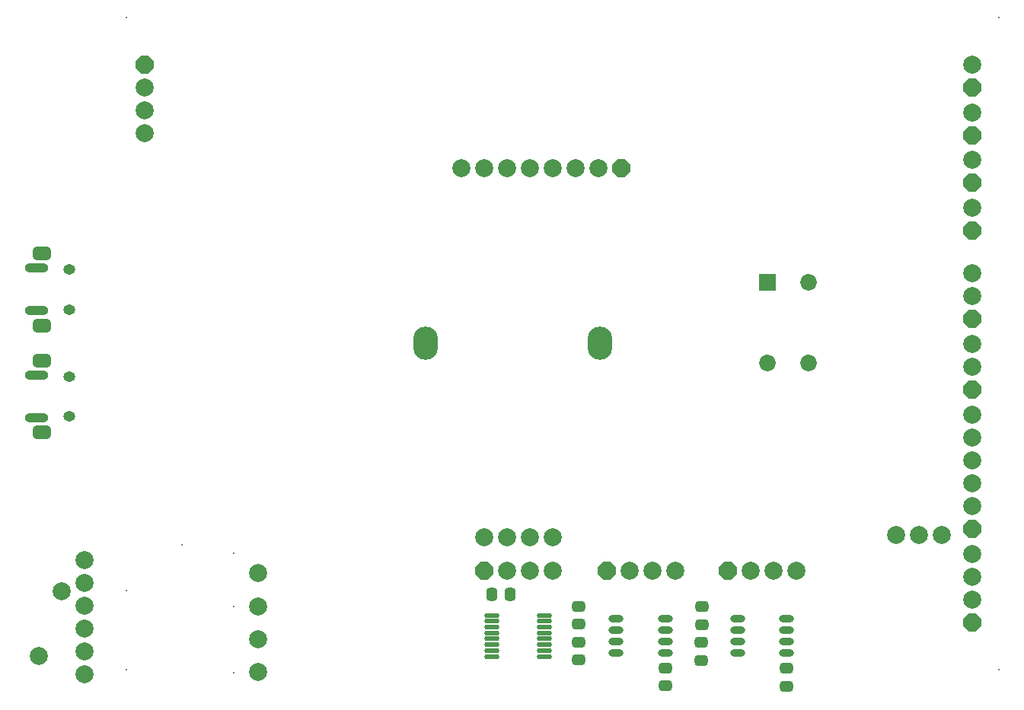
<source format=gbs>
G04*
G04 #@! TF.GenerationSoftware,Altium Limited,Altium Designer,19.0.12 (326)*
G04*
G04 Layer_Color=16711935*
%FSLAX42Y42*%
%MOMM*%
G71*
G01*
G75*
G04:AMPARAMS|DCode=28|XSize=1.2mm|YSize=1.45mm|CornerRadius=0.35mm|HoleSize=0mm|Usage=FLASHONLY|Rotation=270.000|XOffset=0mm|YOffset=0mm|HoleType=Round|Shape=RoundedRectangle|*
%AMROUNDEDRECTD28*
21,1,1.20,0.75,0,0,270.0*
21,1,0.50,1.45,0,0,270.0*
1,1,0.70,-0.38,-0.25*
1,1,0.70,-0.38,0.25*
1,1,0.70,0.38,0.25*
1,1,0.70,0.38,-0.25*
%
%ADD28ROUNDEDRECTD28*%
G04:AMPARAMS|DCode=35|XSize=1.2mm|YSize=1.45mm|CornerRadius=0.35mm|HoleSize=0mm|Usage=FLASHONLY|Rotation=0.000|XOffset=0mm|YOffset=0mm|HoleType=Round|Shape=RoundedRectangle|*
%AMROUNDEDRECTD35*
21,1,1.20,0.75,0,0,0.0*
21,1,0.50,1.45,0,0,0.0*
1,1,0.70,0.25,-0.38*
1,1,0.70,-0.25,-0.38*
1,1,0.70,-0.25,0.38*
1,1,0.70,0.25,0.38*
%
%ADD35ROUNDEDRECTD35*%
%ADD42O,1.65X0.80*%
%ADD69R,1.85X1.85*%
%ADD70C,1.85*%
%ADD71C,2.00*%
%ADD72P,2.17X8X292.5*%
%ADD73O,2.63X1.05*%
G04:AMPARAMS|DCode=74|XSize=2mm|YSize=1.48mm|CornerRadius=0.39mm|HoleSize=0mm|Usage=FLASHONLY|Rotation=180.000|XOffset=0mm|YOffset=0mm|HoleType=Round|Shape=RoundedRectangle|*
%AMROUNDEDRECTD74*
21,1,2.00,0.69,0,0,180.0*
21,1,1.21,1.48,0,0,180.0*
1,1,0.79,-0.61,0.34*
1,1,0.79,0.61,0.34*
1,1,0.79,0.61,-0.34*
1,1,0.79,-0.61,-0.34*
%
%ADD74ROUNDEDRECTD74*%
%ADD75O,1.35X1.15*%
%ADD76P,2.17X8X22.5*%
%ADD77C,0.20*%
%ADD133O,1.68X0.56*%
%ADD134O,2.74X3.71*%
D28*
X7550Y1074D02*
D03*
Y874D02*
D03*
X7549Y476D02*
D03*
Y676D02*
D03*
X8497Y187D02*
D03*
Y387D02*
D03*
X7147Y190D02*
D03*
Y390D02*
D03*
X6181Y877D02*
D03*
Y1077D02*
D03*
X6179Y678D02*
D03*
Y478D02*
D03*
D35*
X5417Y1206D02*
D03*
X5217D02*
D03*
D42*
X8496Y937D02*
D03*
Y810D02*
D03*
Y683D02*
D03*
Y556D02*
D03*
X7951Y937D02*
D03*
Y810D02*
D03*
Y683D02*
D03*
Y556D02*
D03*
X7146Y937D02*
D03*
Y810D02*
D03*
Y683D02*
D03*
Y556D02*
D03*
X6601Y937D02*
D03*
Y810D02*
D03*
Y683D02*
D03*
Y556D02*
D03*
D69*
X8285Y4684D02*
D03*
D70*
X8735D02*
D03*
Y3784D02*
D03*
X8285D02*
D03*
D71*
X183Y527D02*
D03*
X437Y1247D02*
D03*
X10555Y3994D02*
D03*
Y3740D02*
D03*
Y1661D02*
D03*
Y1407D02*
D03*
Y1153D02*
D03*
X10224Y1870D02*
D03*
X9716D02*
D03*
X9970D02*
D03*
X10555Y2448D02*
D03*
Y2702D02*
D03*
Y2956D02*
D03*
Y3210D02*
D03*
Y2194D02*
D03*
Y6572D02*
D03*
Y5512D02*
D03*
Y6042D02*
D03*
Y7102D02*
D03*
Y4529D02*
D03*
Y4783D02*
D03*
X6145Y5950D02*
D03*
X5891D02*
D03*
X5637D02*
D03*
X5383D02*
D03*
X6399D02*
D03*
X5129D02*
D03*
X4875D02*
D03*
X1360Y6339D02*
D03*
Y6593D02*
D03*
Y6847D02*
D03*
X685Y1588D02*
D03*
Y1334D02*
D03*
Y1080D02*
D03*
Y826D02*
D03*
Y572D02*
D03*
Y318D02*
D03*
X2619Y346D02*
D03*
X2619Y713D02*
D03*
X2619Y1076D02*
D03*
X2619Y1443D02*
D03*
X5129Y1840D02*
D03*
X5383D02*
D03*
X5637D02*
D03*
X5891D02*
D03*
X5891Y1471D02*
D03*
X5637D02*
D03*
X5383D02*
D03*
X6746D02*
D03*
X7000D02*
D03*
X7254D02*
D03*
X8096D02*
D03*
X8350D02*
D03*
X8604D02*
D03*
D72*
X10555Y3486D02*
D03*
Y899D02*
D03*
X10555Y1940D02*
D03*
Y6318D02*
D03*
Y5258D02*
D03*
Y5788D02*
D03*
Y6848D02*
D03*
Y4275D02*
D03*
X1360Y7101D02*
D03*
D73*
X150Y4838D02*
D03*
Y4363D02*
D03*
Y3173D02*
D03*
Y3648D02*
D03*
D74*
X215Y4999D02*
D03*
Y4201D02*
D03*
Y3011D02*
D03*
Y3809D02*
D03*
D75*
X515Y4377D02*
D03*
Y4822D02*
D03*
Y3632D02*
D03*
Y3187D02*
D03*
D76*
X6653Y5950D02*
D03*
X5129Y1471D02*
D03*
X6492D02*
D03*
X7842D02*
D03*
D77*
X2350Y1670D02*
D03*
Y339D02*
D03*
Y1076D02*
D03*
X1767Y1760D02*
D03*
X1155Y1253D02*
D03*
Y7625D02*
D03*
X10855D02*
D03*
Y375D02*
D03*
X1155D02*
D03*
D133*
X5213Y976D02*
D03*
Y909D02*
D03*
Y843D02*
D03*
Y780D02*
D03*
Y714D02*
D03*
Y650D02*
D03*
Y584D02*
D03*
Y518D02*
D03*
X5797D02*
D03*
Y584D02*
D03*
Y650D02*
D03*
Y714D02*
D03*
Y780D02*
D03*
Y843D02*
D03*
Y909D02*
D03*
Y976D02*
D03*
D134*
X4482Y4005D02*
D03*
X6418D02*
D03*
M02*

</source>
